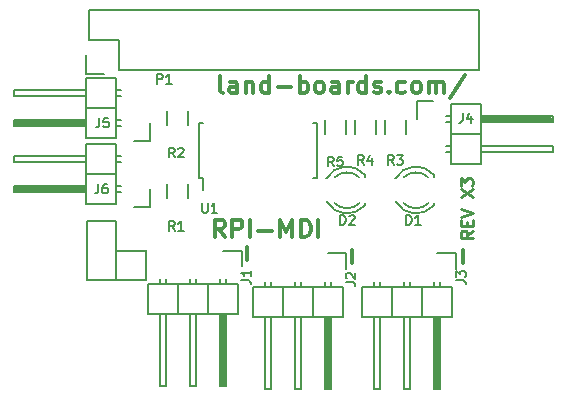
<source format=gto>
G04 #@! TF.FileFunction,Legend,Top*
%FSLAX46Y46*%
G04 Gerber Fmt 4.6, Leading zero omitted, Abs format (unit mm)*
G04 Created by KiCad (PCBNEW (after 2015-mar-04 BZR unknown)-product) date 10/24/2015 7:47:12 PM*
%MOMM*%
G01*
G04 APERTURE LIST*
%ADD10C,0.150000*%
%ADD11C,0.300000*%
%ADD12C,0.375000*%
%ADD13C,0.250000*%
%ADD14C,0.152400*%
G04 APERTURE END LIST*
D10*
D11*
X59035143Y-50482572D02*
X59035143Y-51625429D01*
X67925143Y-50736572D02*
X67925143Y-51879429D01*
X77323143Y-50736572D02*
X77323143Y-51879429D01*
D12*
X57170286Y-49700571D02*
X56670286Y-48986286D01*
X56313143Y-49700571D02*
X56313143Y-48200571D01*
X56884571Y-48200571D01*
X57027429Y-48272000D01*
X57098857Y-48343429D01*
X57170286Y-48486286D01*
X57170286Y-48700571D01*
X57098857Y-48843429D01*
X57027429Y-48914857D01*
X56884571Y-48986286D01*
X56313143Y-48986286D01*
X57813143Y-49700571D02*
X57813143Y-48200571D01*
X58384571Y-48200571D01*
X58527429Y-48272000D01*
X58598857Y-48343429D01*
X58670286Y-48486286D01*
X58670286Y-48700571D01*
X58598857Y-48843429D01*
X58527429Y-48914857D01*
X58384571Y-48986286D01*
X57813143Y-48986286D01*
X59313143Y-49700571D02*
X59313143Y-48200571D01*
X60027429Y-49129143D02*
X61170286Y-49129143D01*
X61884572Y-49700571D02*
X61884572Y-48200571D01*
X62384572Y-49272000D01*
X62884572Y-48200571D01*
X62884572Y-49700571D01*
X63598858Y-49700571D02*
X63598858Y-48200571D01*
X63956001Y-48200571D01*
X64170286Y-48272000D01*
X64313144Y-48414857D01*
X64384572Y-48557714D01*
X64456001Y-48843429D01*
X64456001Y-49057714D01*
X64384572Y-49343429D01*
X64313144Y-49486286D01*
X64170286Y-49629143D01*
X63956001Y-49700571D01*
X63598858Y-49700571D01*
X65098858Y-49700571D02*
X65098858Y-48200571D01*
D13*
X78176381Y-49148762D02*
X77700190Y-49482096D01*
X78176381Y-49720191D02*
X77176381Y-49720191D01*
X77176381Y-49339238D01*
X77224000Y-49244000D01*
X77271619Y-49196381D01*
X77366857Y-49148762D01*
X77509714Y-49148762D01*
X77604952Y-49196381D01*
X77652571Y-49244000D01*
X77700190Y-49339238D01*
X77700190Y-49720191D01*
X77652571Y-48720191D02*
X77652571Y-48386857D01*
X78176381Y-48244000D02*
X78176381Y-48720191D01*
X77176381Y-48720191D01*
X77176381Y-48244000D01*
X77176381Y-47958286D02*
X78176381Y-47624953D01*
X77176381Y-47291619D01*
X77176381Y-46291619D02*
X78176381Y-45624952D01*
X77176381Y-45624952D02*
X78176381Y-46291619D01*
X77176381Y-45339238D02*
X77176381Y-44720190D01*
X77557333Y-45053524D01*
X77557333Y-44910666D01*
X77604952Y-44815428D01*
X77652571Y-44767809D01*
X77747810Y-44720190D01*
X77985905Y-44720190D01*
X78081143Y-44767809D01*
X78128762Y-44815428D01*
X78176381Y-44910666D01*
X78176381Y-45196381D01*
X78128762Y-45291619D01*
X78081143Y-45339238D01*
D12*
X57020286Y-37508571D02*
X56877428Y-37437143D01*
X56806000Y-37294286D01*
X56806000Y-36008571D01*
X58234571Y-37508571D02*
X58234571Y-36722857D01*
X58163142Y-36580000D01*
X58020285Y-36508571D01*
X57734571Y-36508571D01*
X57591714Y-36580000D01*
X58234571Y-37437143D02*
X58091714Y-37508571D01*
X57734571Y-37508571D01*
X57591714Y-37437143D01*
X57520285Y-37294286D01*
X57520285Y-37151429D01*
X57591714Y-37008571D01*
X57734571Y-36937143D01*
X58091714Y-36937143D01*
X58234571Y-36865714D01*
X58948857Y-36508571D02*
X58948857Y-37508571D01*
X58948857Y-36651429D02*
X59020285Y-36580000D01*
X59163143Y-36508571D01*
X59377428Y-36508571D01*
X59520285Y-36580000D01*
X59591714Y-36722857D01*
X59591714Y-37508571D01*
X60948857Y-37508571D02*
X60948857Y-36008571D01*
X60948857Y-37437143D02*
X60806000Y-37508571D01*
X60520286Y-37508571D01*
X60377428Y-37437143D01*
X60306000Y-37365714D01*
X60234571Y-37222857D01*
X60234571Y-36794286D01*
X60306000Y-36651429D01*
X60377428Y-36580000D01*
X60520286Y-36508571D01*
X60806000Y-36508571D01*
X60948857Y-36580000D01*
X61663143Y-36937143D02*
X62806000Y-36937143D01*
X63520286Y-37508571D02*
X63520286Y-36008571D01*
X63520286Y-36580000D02*
X63663143Y-36508571D01*
X63948857Y-36508571D01*
X64091714Y-36580000D01*
X64163143Y-36651429D01*
X64234572Y-36794286D01*
X64234572Y-37222857D01*
X64163143Y-37365714D01*
X64091714Y-37437143D01*
X63948857Y-37508571D01*
X63663143Y-37508571D01*
X63520286Y-37437143D01*
X65091715Y-37508571D02*
X64948857Y-37437143D01*
X64877429Y-37365714D01*
X64806000Y-37222857D01*
X64806000Y-36794286D01*
X64877429Y-36651429D01*
X64948857Y-36580000D01*
X65091715Y-36508571D01*
X65306000Y-36508571D01*
X65448857Y-36580000D01*
X65520286Y-36651429D01*
X65591715Y-36794286D01*
X65591715Y-37222857D01*
X65520286Y-37365714D01*
X65448857Y-37437143D01*
X65306000Y-37508571D01*
X65091715Y-37508571D01*
X66877429Y-37508571D02*
X66877429Y-36722857D01*
X66806000Y-36580000D01*
X66663143Y-36508571D01*
X66377429Y-36508571D01*
X66234572Y-36580000D01*
X66877429Y-37437143D02*
X66734572Y-37508571D01*
X66377429Y-37508571D01*
X66234572Y-37437143D01*
X66163143Y-37294286D01*
X66163143Y-37151429D01*
X66234572Y-37008571D01*
X66377429Y-36937143D01*
X66734572Y-36937143D01*
X66877429Y-36865714D01*
X67591715Y-37508571D02*
X67591715Y-36508571D01*
X67591715Y-36794286D02*
X67663143Y-36651429D01*
X67734572Y-36580000D01*
X67877429Y-36508571D01*
X68020286Y-36508571D01*
X69163143Y-37508571D02*
X69163143Y-36008571D01*
X69163143Y-37437143D02*
X69020286Y-37508571D01*
X68734572Y-37508571D01*
X68591714Y-37437143D01*
X68520286Y-37365714D01*
X68448857Y-37222857D01*
X68448857Y-36794286D01*
X68520286Y-36651429D01*
X68591714Y-36580000D01*
X68734572Y-36508571D01*
X69020286Y-36508571D01*
X69163143Y-36580000D01*
X69806000Y-37437143D02*
X69948857Y-37508571D01*
X70234572Y-37508571D01*
X70377429Y-37437143D01*
X70448857Y-37294286D01*
X70448857Y-37222857D01*
X70377429Y-37080000D01*
X70234572Y-37008571D01*
X70020286Y-37008571D01*
X69877429Y-36937143D01*
X69806000Y-36794286D01*
X69806000Y-36722857D01*
X69877429Y-36580000D01*
X70020286Y-36508571D01*
X70234572Y-36508571D01*
X70377429Y-36580000D01*
X71091715Y-37365714D02*
X71163143Y-37437143D01*
X71091715Y-37508571D01*
X71020286Y-37437143D01*
X71091715Y-37365714D01*
X71091715Y-37508571D01*
X72448858Y-37437143D02*
X72306001Y-37508571D01*
X72020287Y-37508571D01*
X71877429Y-37437143D01*
X71806001Y-37365714D01*
X71734572Y-37222857D01*
X71734572Y-36794286D01*
X71806001Y-36651429D01*
X71877429Y-36580000D01*
X72020287Y-36508571D01*
X72306001Y-36508571D01*
X72448858Y-36580000D01*
X73306001Y-37508571D02*
X73163143Y-37437143D01*
X73091715Y-37365714D01*
X73020286Y-37222857D01*
X73020286Y-36794286D01*
X73091715Y-36651429D01*
X73163143Y-36580000D01*
X73306001Y-36508571D01*
X73520286Y-36508571D01*
X73663143Y-36580000D01*
X73734572Y-36651429D01*
X73806001Y-36794286D01*
X73806001Y-37222857D01*
X73734572Y-37365714D01*
X73663143Y-37437143D01*
X73520286Y-37508571D01*
X73306001Y-37508571D01*
X74448858Y-37508571D02*
X74448858Y-36508571D01*
X74448858Y-36651429D02*
X74520286Y-36580000D01*
X74663144Y-36508571D01*
X74877429Y-36508571D01*
X75020286Y-36580000D01*
X75091715Y-36722857D01*
X75091715Y-37508571D01*
X75091715Y-36722857D02*
X75163144Y-36580000D01*
X75306001Y-36508571D01*
X75520286Y-36508571D01*
X75663144Y-36580000D01*
X75734572Y-36722857D01*
X75734572Y-37508571D01*
X77520286Y-35937143D02*
X76234572Y-37865714D01*
D10*
X50830000Y-47143000D02*
X50830000Y-45593000D01*
X49530000Y-47143000D02*
X50830000Y-47143000D01*
X45339000Y-45720000D02*
X39497000Y-45720000D01*
X39497000Y-45720000D02*
X39497000Y-45466000D01*
X39497000Y-45466000D02*
X45339000Y-45466000D01*
X45339000Y-45466000D02*
X45339000Y-45593000D01*
X45339000Y-45593000D02*
X39497000Y-45593000D01*
X48006000Y-45847000D02*
X48387000Y-45847000D01*
X48006000Y-45339000D02*
X48387000Y-45339000D01*
X48006000Y-43307000D02*
X48387000Y-43307000D01*
X48006000Y-42799000D02*
X48387000Y-42799000D01*
X48006000Y-46863000D02*
X45466000Y-46863000D01*
X48006000Y-44323000D02*
X45466000Y-44323000D01*
X48006000Y-44323000D02*
X48006000Y-41783000D01*
X48006000Y-41783000D02*
X45466000Y-41783000D01*
X45466000Y-43307000D02*
X39370000Y-43307000D01*
X39370000Y-43307000D02*
X39370000Y-42799000D01*
X39370000Y-42799000D02*
X45466000Y-42799000D01*
X45466000Y-41783000D02*
X45466000Y-44323000D01*
X45466000Y-44323000D02*
X45466000Y-46863000D01*
X39370000Y-45339000D02*
X45466000Y-45339000D01*
X39370000Y-45847000D02*
X39370000Y-45339000D01*
X45466000Y-45847000D02*
X39370000Y-45847000D01*
X48006000Y-44323000D02*
X45466000Y-44323000D01*
X48006000Y-46863000D02*
X48006000Y-44323000D01*
X50486000Y-50820000D02*
X47986000Y-50820000D01*
X50486000Y-53320000D02*
X45736000Y-53320000D01*
X45736000Y-53320000D02*
X45486000Y-53320000D01*
X45486000Y-53320000D02*
X45486000Y-48320000D01*
X45486000Y-48320000D02*
X47986000Y-48320000D01*
X47986000Y-48320000D02*
X47986000Y-50820000D01*
D14*
X50546000Y-50800000D02*
X50546000Y-53340000D01*
X48006000Y-53340000D02*
X48006000Y-50800000D01*
D10*
X58623800Y-50820800D02*
X57073800Y-50820800D01*
X58623800Y-52120800D02*
X58623800Y-50820800D01*
X57200800Y-56311800D02*
X57200800Y-62153800D01*
X57200800Y-62153800D02*
X56946800Y-62153800D01*
X56946800Y-62153800D02*
X56946800Y-56311800D01*
X56946800Y-56311800D02*
X57073800Y-56311800D01*
X57073800Y-56311800D02*
X57073800Y-62153800D01*
X57327800Y-53644800D02*
X57327800Y-53263800D01*
X56819800Y-53644800D02*
X56819800Y-53263800D01*
X54787800Y-53644800D02*
X54787800Y-53263800D01*
X54279800Y-53644800D02*
X54279800Y-53263800D01*
X52247800Y-53644800D02*
X52247800Y-53263800D01*
X51739800Y-53644800D02*
X51739800Y-53263800D01*
X55803800Y-56184800D02*
X58343800Y-56184800D01*
X56819800Y-62280800D02*
X56819800Y-56184800D01*
X57327800Y-62280800D02*
X56819800Y-62280800D01*
X57327800Y-56184800D02*
X57327800Y-62280800D01*
X55803800Y-53644800D02*
X55803800Y-56184800D01*
X58343800Y-53644800D02*
X55803800Y-53644800D01*
X58343800Y-53644800D02*
X58343800Y-56184800D01*
X53263800Y-53644800D02*
X53263800Y-56184800D01*
X53263800Y-53644800D02*
X50723800Y-53644800D01*
X52247800Y-56184800D02*
X52247800Y-62280800D01*
X52247800Y-62280800D02*
X51739800Y-62280800D01*
X51739800Y-62280800D02*
X51739800Y-56184800D01*
X50723800Y-56184800D02*
X53263800Y-56184800D01*
X53263800Y-56184800D02*
X55803800Y-56184800D01*
X54279800Y-62280800D02*
X54279800Y-56184800D01*
X54787800Y-62280800D02*
X54279800Y-62280800D01*
X54787800Y-56184800D02*
X54787800Y-62280800D01*
X53263800Y-53644800D02*
X53263800Y-56184800D01*
X55803800Y-53644800D02*
X53263800Y-53644800D01*
X55803800Y-53644800D02*
X55803800Y-56184800D01*
X50723800Y-53644800D02*
X50723800Y-56184800D01*
X67437600Y-51049400D02*
X65887600Y-51049400D01*
X67437600Y-52349400D02*
X67437600Y-51049400D01*
X66014600Y-56540400D02*
X66014600Y-62382400D01*
X66014600Y-62382400D02*
X65760600Y-62382400D01*
X65760600Y-62382400D02*
X65760600Y-56540400D01*
X65760600Y-56540400D02*
X65887600Y-56540400D01*
X65887600Y-56540400D02*
X65887600Y-62382400D01*
X66141600Y-53873400D02*
X66141600Y-53492400D01*
X65633600Y-53873400D02*
X65633600Y-53492400D01*
X63601600Y-53873400D02*
X63601600Y-53492400D01*
X63093600Y-53873400D02*
X63093600Y-53492400D01*
X61061600Y-53873400D02*
X61061600Y-53492400D01*
X60553600Y-53873400D02*
X60553600Y-53492400D01*
X64617600Y-56413400D02*
X67157600Y-56413400D01*
X65633600Y-62509400D02*
X65633600Y-56413400D01*
X66141600Y-62509400D02*
X65633600Y-62509400D01*
X66141600Y-56413400D02*
X66141600Y-62509400D01*
X64617600Y-53873400D02*
X64617600Y-56413400D01*
X67157600Y-53873400D02*
X64617600Y-53873400D01*
X67157600Y-53873400D02*
X67157600Y-56413400D01*
X62077600Y-53873400D02*
X62077600Y-56413400D01*
X62077600Y-53873400D02*
X59537600Y-53873400D01*
X61061600Y-56413400D02*
X61061600Y-62509400D01*
X61061600Y-62509400D02*
X60553600Y-62509400D01*
X60553600Y-62509400D02*
X60553600Y-56413400D01*
X59537600Y-56413400D02*
X62077600Y-56413400D01*
X62077600Y-56413400D02*
X64617600Y-56413400D01*
X63093600Y-62509400D02*
X63093600Y-56413400D01*
X63601600Y-62509400D02*
X63093600Y-62509400D01*
X63601600Y-56413400D02*
X63601600Y-62509400D01*
X62077600Y-53873400D02*
X62077600Y-56413400D01*
X64617600Y-53873400D02*
X62077600Y-53873400D01*
X64617600Y-53873400D02*
X64617600Y-56413400D01*
X59537600Y-53873400D02*
X59537600Y-56413400D01*
X76734000Y-51049400D02*
X75184000Y-51049400D01*
X76734000Y-52349400D02*
X76734000Y-51049400D01*
X75311000Y-56540400D02*
X75311000Y-62382400D01*
X75311000Y-62382400D02*
X75057000Y-62382400D01*
X75057000Y-62382400D02*
X75057000Y-56540400D01*
X75057000Y-56540400D02*
X75184000Y-56540400D01*
X75184000Y-56540400D02*
X75184000Y-62382400D01*
X75438000Y-53873400D02*
X75438000Y-53492400D01*
X74930000Y-53873400D02*
X74930000Y-53492400D01*
X72898000Y-53873400D02*
X72898000Y-53492400D01*
X72390000Y-53873400D02*
X72390000Y-53492400D01*
X70358000Y-53873400D02*
X70358000Y-53492400D01*
X69850000Y-53873400D02*
X69850000Y-53492400D01*
X73914000Y-56413400D02*
X76454000Y-56413400D01*
X74930000Y-62509400D02*
X74930000Y-56413400D01*
X75438000Y-62509400D02*
X74930000Y-62509400D01*
X75438000Y-56413400D02*
X75438000Y-62509400D01*
X73914000Y-53873400D02*
X73914000Y-56413400D01*
X76454000Y-53873400D02*
X73914000Y-53873400D01*
X76454000Y-53873400D02*
X76454000Y-56413400D01*
X71374000Y-53873400D02*
X71374000Y-56413400D01*
X71374000Y-53873400D02*
X68834000Y-53873400D01*
X70358000Y-56413400D02*
X70358000Y-62509400D01*
X70358000Y-62509400D02*
X69850000Y-62509400D01*
X69850000Y-62509400D02*
X69850000Y-56413400D01*
X68834000Y-56413400D02*
X71374000Y-56413400D01*
X71374000Y-56413400D02*
X73914000Y-56413400D01*
X72390000Y-62509400D02*
X72390000Y-56413400D01*
X72898000Y-62509400D02*
X72390000Y-62509400D01*
X72898000Y-56413400D02*
X72898000Y-62509400D01*
X71374000Y-53873400D02*
X71374000Y-56413400D01*
X73914000Y-53873400D02*
X71374000Y-53873400D01*
X73914000Y-53873400D02*
X73914000Y-56413400D01*
X68834000Y-53873400D02*
X68834000Y-56413400D01*
X73477600Y-38150200D02*
X73477600Y-39700200D01*
X74777600Y-38150200D02*
X73477600Y-38150200D01*
X78968600Y-39573200D02*
X84810600Y-39573200D01*
X84810600Y-39573200D02*
X84810600Y-39827200D01*
X84810600Y-39827200D02*
X78968600Y-39827200D01*
X78968600Y-39827200D02*
X78968600Y-39700200D01*
X78968600Y-39700200D02*
X84810600Y-39700200D01*
X76301600Y-39446200D02*
X75920600Y-39446200D01*
X76301600Y-39954200D02*
X75920600Y-39954200D01*
X76301600Y-41986200D02*
X75920600Y-41986200D01*
X76301600Y-42494200D02*
X75920600Y-42494200D01*
X76301600Y-38430200D02*
X78841600Y-38430200D01*
X76301600Y-40970200D02*
X78841600Y-40970200D01*
X76301600Y-40970200D02*
X76301600Y-43510200D01*
X76301600Y-43510200D02*
X78841600Y-43510200D01*
X78841600Y-41986200D02*
X84937600Y-41986200D01*
X84937600Y-41986200D02*
X84937600Y-42494200D01*
X84937600Y-42494200D02*
X78841600Y-42494200D01*
X78841600Y-43510200D02*
X78841600Y-40970200D01*
X78841600Y-40970200D02*
X78841600Y-38430200D01*
X84937600Y-39954200D02*
X78841600Y-39954200D01*
X84937600Y-39446200D02*
X84937600Y-39954200D01*
X78841600Y-39446200D02*
X84937600Y-39446200D01*
X76301600Y-40970200D02*
X78841600Y-40970200D01*
X76301600Y-38430200D02*
X76301600Y-40970200D01*
X50830000Y-41555000D02*
X50830000Y-40005000D01*
X49530000Y-41555000D02*
X50830000Y-41555000D01*
X45339000Y-40132000D02*
X39497000Y-40132000D01*
X39497000Y-40132000D02*
X39497000Y-39878000D01*
X39497000Y-39878000D02*
X45339000Y-39878000D01*
X45339000Y-39878000D02*
X45339000Y-40005000D01*
X45339000Y-40005000D02*
X39497000Y-40005000D01*
X48006000Y-40259000D02*
X48387000Y-40259000D01*
X48006000Y-39751000D02*
X48387000Y-39751000D01*
X48006000Y-37719000D02*
X48387000Y-37719000D01*
X48006000Y-37211000D02*
X48387000Y-37211000D01*
X48006000Y-41275000D02*
X45466000Y-41275000D01*
X48006000Y-38735000D02*
X45466000Y-38735000D01*
X48006000Y-38735000D02*
X48006000Y-36195000D01*
X48006000Y-36195000D02*
X45466000Y-36195000D01*
X45466000Y-37719000D02*
X39370000Y-37719000D01*
X39370000Y-37719000D02*
X39370000Y-37211000D01*
X39370000Y-37211000D02*
X45466000Y-37211000D01*
X45466000Y-36195000D02*
X45466000Y-38735000D01*
X45466000Y-38735000D02*
X45466000Y-41275000D01*
X39370000Y-39751000D02*
X45466000Y-39751000D01*
X39370000Y-40259000D02*
X39370000Y-39751000D01*
X45466000Y-40259000D02*
X39370000Y-40259000D01*
X48006000Y-38735000D02*
X45466000Y-38735000D01*
X48006000Y-41275000D02*
X48006000Y-38735000D01*
X45720000Y-30480000D02*
X78740000Y-30480000D01*
X48260000Y-35560000D02*
X78740000Y-35560000D01*
X78740000Y-30480000D02*
X78740000Y-35560000D01*
X45720000Y-30480000D02*
X45720000Y-33020000D01*
X45440000Y-34290000D02*
X45440000Y-35840000D01*
X45720000Y-33020000D02*
X48260000Y-33020000D01*
X48260000Y-33020000D02*
X48260000Y-35560000D01*
X45440000Y-35840000D02*
X46990000Y-35840000D01*
X52325000Y-46400000D02*
X52325000Y-45200000D01*
X54075000Y-45200000D02*
X54075000Y-46400000D01*
X54075000Y-39000000D02*
X54075000Y-40200000D01*
X52325000Y-40200000D02*
X52325000Y-39000000D01*
X72503000Y-39786000D02*
X72503000Y-40986000D01*
X70753000Y-40986000D02*
X70753000Y-39786000D01*
X68213000Y-40986000D02*
X68213000Y-39786000D01*
X69963000Y-39786000D02*
X69963000Y-40986000D01*
X65673000Y-40986000D02*
X65673000Y-39786000D01*
X67423000Y-39786000D02*
X67423000Y-40986000D01*
X55019800Y-44641400D02*
X55344800Y-44641400D01*
X55019800Y-39991400D02*
X55344800Y-39991400D01*
X64969800Y-39991400D02*
X64644800Y-39991400D01*
X64969800Y-44641400D02*
X64644800Y-44641400D01*
X55019800Y-44641400D02*
X55019800Y-39991400D01*
X64969800Y-44641400D02*
X64969800Y-39991400D01*
X55344800Y-44641400D02*
X55344800Y-45716400D01*
X74875000Y-44406000D02*
X74875000Y-44606000D01*
X74875000Y-47000000D02*
X74875000Y-46820000D01*
X71647256Y-46689643D02*
G75*
G03X74875000Y-47006000I1727744J1003643D01*
G01*
X72322994Y-46819068D02*
G75*
G03X74426000Y-46820000I1052006J1133068D01*
G01*
X74862220Y-44379274D02*
G75*
G03X71625000Y-44726000I-1497220J-1306726D01*
G01*
X74388889Y-44606747D02*
G75*
G03X72341000Y-44626000I-1013889J-1079253D01*
G01*
X69033000Y-44406000D02*
X69033000Y-44606000D01*
X69033000Y-47000000D02*
X69033000Y-46820000D01*
X65805256Y-46689643D02*
G75*
G03X69033000Y-47006000I1727744J1003643D01*
G01*
X66480994Y-46819068D02*
G75*
G03X68584000Y-46820000I1052006J1133068D01*
G01*
X69020220Y-44379274D02*
G75*
G03X65783000Y-44726000I-1497220J-1306726D01*
G01*
X68546889Y-44606747D02*
G75*
G03X66499000Y-44626000I-1013889J-1079253D01*
G01*
X46469334Y-45180305D02*
X46469334Y-45751733D01*
X46431238Y-45866019D01*
X46355048Y-45942210D01*
X46240762Y-45980305D01*
X46164572Y-45980305D01*
X47193143Y-45180305D02*
X47040762Y-45180305D01*
X46964572Y-45218400D01*
X46926477Y-45256495D01*
X46850286Y-45370781D01*
X46812191Y-45523162D01*
X46812191Y-45827924D01*
X46850286Y-45904114D01*
X46888381Y-45942210D01*
X46964572Y-45980305D01*
X47116953Y-45980305D01*
X47193143Y-45942210D01*
X47231239Y-45904114D01*
X47269334Y-45827924D01*
X47269334Y-45637448D01*
X47231239Y-45561257D01*
X47193143Y-45523162D01*
X47116953Y-45485067D01*
X46964572Y-45485067D01*
X46888381Y-45523162D01*
X46850286Y-45561257D01*
X46812191Y-45637448D01*
X58591505Y-53327266D02*
X59162933Y-53327266D01*
X59277219Y-53365362D01*
X59353410Y-53441552D01*
X59391505Y-53555838D01*
X59391505Y-53632028D01*
X59391505Y-52527266D02*
X59391505Y-52984409D01*
X59391505Y-52755838D02*
X58591505Y-52755838D01*
X58705790Y-52832028D01*
X58781981Y-52908219D01*
X58820076Y-52984409D01*
X67430705Y-53505066D02*
X68002133Y-53505066D01*
X68116419Y-53543162D01*
X68192610Y-53619352D01*
X68230705Y-53733638D01*
X68230705Y-53809828D01*
X67506895Y-53162209D02*
X67468800Y-53124114D01*
X67430705Y-53047923D01*
X67430705Y-52857447D01*
X67468800Y-52781257D01*
X67506895Y-52743161D01*
X67583086Y-52705066D01*
X67659276Y-52705066D01*
X67773562Y-52743161D01*
X68230705Y-53200304D01*
X68230705Y-52705066D01*
X76777905Y-53352666D02*
X77349333Y-53352666D01*
X77463619Y-53390762D01*
X77539810Y-53466952D01*
X77577905Y-53581238D01*
X77577905Y-53657428D01*
X76777905Y-53047904D02*
X76777905Y-52552666D01*
X77082667Y-52819333D01*
X77082667Y-52705047D01*
X77120762Y-52628857D01*
X77158857Y-52590761D01*
X77235048Y-52552666D01*
X77425524Y-52552666D01*
X77501714Y-52590761D01*
X77539810Y-52628857D01*
X77577905Y-52705047D01*
X77577905Y-52933619D01*
X77539810Y-53009809D01*
X77501714Y-53047904D01*
X77330334Y-39185905D02*
X77330334Y-39757333D01*
X77292238Y-39871619D01*
X77216048Y-39947810D01*
X77101762Y-39985905D01*
X77025572Y-39985905D01*
X78054143Y-39452571D02*
X78054143Y-39985905D01*
X77863667Y-39147810D02*
X77673191Y-39719238D01*
X78168429Y-39719238D01*
X46545534Y-39592305D02*
X46545534Y-40163733D01*
X46507438Y-40278019D01*
X46431248Y-40354210D01*
X46316962Y-40392305D01*
X46240772Y-40392305D01*
X47307439Y-39592305D02*
X46926486Y-39592305D01*
X46888391Y-39973257D01*
X46926486Y-39935162D01*
X47002677Y-39897067D01*
X47193153Y-39897067D01*
X47269343Y-39935162D01*
X47307439Y-39973257D01*
X47345534Y-40049448D01*
X47345534Y-40239924D01*
X47307439Y-40316114D01*
X47269343Y-40354210D01*
X47193153Y-40392305D01*
X47002677Y-40392305D01*
X46926486Y-40354210D01*
X46888391Y-40316114D01*
X51479524Y-36683905D02*
X51479524Y-35883905D01*
X51784286Y-35883905D01*
X51860477Y-35922000D01*
X51898572Y-35960095D01*
X51936667Y-36036286D01*
X51936667Y-36150571D01*
X51898572Y-36226762D01*
X51860477Y-36264857D01*
X51784286Y-36302952D01*
X51479524Y-36302952D01*
X52698572Y-36683905D02*
X52241429Y-36683905D01*
X52470000Y-36683905D02*
X52470000Y-35883905D01*
X52393810Y-35998190D01*
X52317619Y-36074381D01*
X52241429Y-36112476D01*
X52952667Y-49129905D02*
X52686000Y-48748952D01*
X52495524Y-49129905D02*
X52495524Y-48329905D01*
X52800286Y-48329905D01*
X52876477Y-48368000D01*
X52914572Y-48406095D01*
X52952667Y-48482286D01*
X52952667Y-48596571D01*
X52914572Y-48672762D01*
X52876477Y-48710857D01*
X52800286Y-48748952D01*
X52495524Y-48748952D01*
X53714572Y-49129905D02*
X53257429Y-49129905D01*
X53486000Y-49129905D02*
X53486000Y-48329905D01*
X53409810Y-48444190D01*
X53333619Y-48520381D01*
X53257429Y-48558476D01*
X52952667Y-42906905D02*
X52686000Y-42525952D01*
X52495524Y-42906905D02*
X52495524Y-42106905D01*
X52800286Y-42106905D01*
X52876477Y-42145000D01*
X52914572Y-42183095D01*
X52952667Y-42259286D01*
X52952667Y-42373571D01*
X52914572Y-42449762D01*
X52876477Y-42487857D01*
X52800286Y-42525952D01*
X52495524Y-42525952D01*
X53257429Y-42183095D02*
X53295524Y-42145000D01*
X53371715Y-42106905D01*
X53562191Y-42106905D01*
X53638381Y-42145000D01*
X53676477Y-42183095D01*
X53714572Y-42259286D01*
X53714572Y-42335476D01*
X53676477Y-42449762D01*
X53219334Y-42906905D01*
X53714572Y-42906905D01*
X71494667Y-43541905D02*
X71228000Y-43160952D01*
X71037524Y-43541905D02*
X71037524Y-42741905D01*
X71342286Y-42741905D01*
X71418477Y-42780000D01*
X71456572Y-42818095D01*
X71494667Y-42894286D01*
X71494667Y-43008571D01*
X71456572Y-43084762D01*
X71418477Y-43122857D01*
X71342286Y-43160952D01*
X71037524Y-43160952D01*
X71761334Y-42741905D02*
X72256572Y-42741905D01*
X71989905Y-43046667D01*
X72104191Y-43046667D01*
X72180381Y-43084762D01*
X72218477Y-43122857D01*
X72256572Y-43199048D01*
X72256572Y-43389524D01*
X72218477Y-43465714D01*
X72180381Y-43503810D01*
X72104191Y-43541905D01*
X71875619Y-43541905D01*
X71799429Y-43503810D01*
X71761334Y-43465714D01*
X68954667Y-43541905D02*
X68688000Y-43160952D01*
X68497524Y-43541905D02*
X68497524Y-42741905D01*
X68802286Y-42741905D01*
X68878477Y-42780000D01*
X68916572Y-42818095D01*
X68954667Y-42894286D01*
X68954667Y-43008571D01*
X68916572Y-43084762D01*
X68878477Y-43122857D01*
X68802286Y-43160952D01*
X68497524Y-43160952D01*
X69640381Y-43008571D02*
X69640381Y-43541905D01*
X69449905Y-42703810D02*
X69259429Y-43275238D01*
X69754667Y-43275238D01*
X66414667Y-43668905D02*
X66148000Y-43287952D01*
X65957524Y-43668905D02*
X65957524Y-42868905D01*
X66262286Y-42868905D01*
X66338477Y-42907000D01*
X66376572Y-42945095D01*
X66414667Y-43021286D01*
X66414667Y-43135571D01*
X66376572Y-43211762D01*
X66338477Y-43249857D01*
X66262286Y-43287952D01*
X65957524Y-43287952D01*
X67138477Y-42868905D02*
X66757524Y-42868905D01*
X66719429Y-43249857D01*
X66757524Y-43211762D01*
X66833715Y-43173667D01*
X67024191Y-43173667D01*
X67100381Y-43211762D01*
X67138477Y-43249857D01*
X67176572Y-43326048D01*
X67176572Y-43516524D01*
X67138477Y-43592714D01*
X67100381Y-43630810D01*
X67024191Y-43668905D01*
X66833715Y-43668905D01*
X66757524Y-43630810D01*
X66719429Y-43592714D01*
X55270476Y-46805905D02*
X55270476Y-47453524D01*
X55308571Y-47529714D01*
X55346667Y-47567810D01*
X55422857Y-47605905D01*
X55575238Y-47605905D01*
X55651429Y-47567810D01*
X55689524Y-47529714D01*
X55727619Y-47453524D01*
X55727619Y-46805905D01*
X56527619Y-47605905D02*
X56070476Y-47605905D01*
X56299047Y-47605905D02*
X56299047Y-46805905D01*
X56222857Y-46920190D01*
X56146666Y-46996381D01*
X56070476Y-47034476D01*
X72561524Y-48621905D02*
X72561524Y-47821905D01*
X72752000Y-47821905D01*
X72866286Y-47860000D01*
X72942477Y-47936190D01*
X72980572Y-48012381D01*
X73018667Y-48164762D01*
X73018667Y-48279048D01*
X72980572Y-48431429D01*
X72942477Y-48507619D01*
X72866286Y-48583810D01*
X72752000Y-48621905D01*
X72561524Y-48621905D01*
X73780572Y-48621905D02*
X73323429Y-48621905D01*
X73552000Y-48621905D02*
X73552000Y-47821905D01*
X73475810Y-47936190D01*
X73399619Y-48012381D01*
X73323429Y-48050476D01*
X66973524Y-48621905D02*
X66973524Y-47821905D01*
X67164000Y-47821905D01*
X67278286Y-47860000D01*
X67354477Y-47936190D01*
X67392572Y-48012381D01*
X67430667Y-48164762D01*
X67430667Y-48279048D01*
X67392572Y-48431429D01*
X67354477Y-48507619D01*
X67278286Y-48583810D01*
X67164000Y-48621905D01*
X66973524Y-48621905D01*
X67735429Y-47898095D02*
X67773524Y-47860000D01*
X67849715Y-47821905D01*
X68040191Y-47821905D01*
X68116381Y-47860000D01*
X68154477Y-47898095D01*
X68192572Y-47974286D01*
X68192572Y-48050476D01*
X68154477Y-48164762D01*
X67697334Y-48621905D01*
X68192572Y-48621905D01*
M02*

</source>
